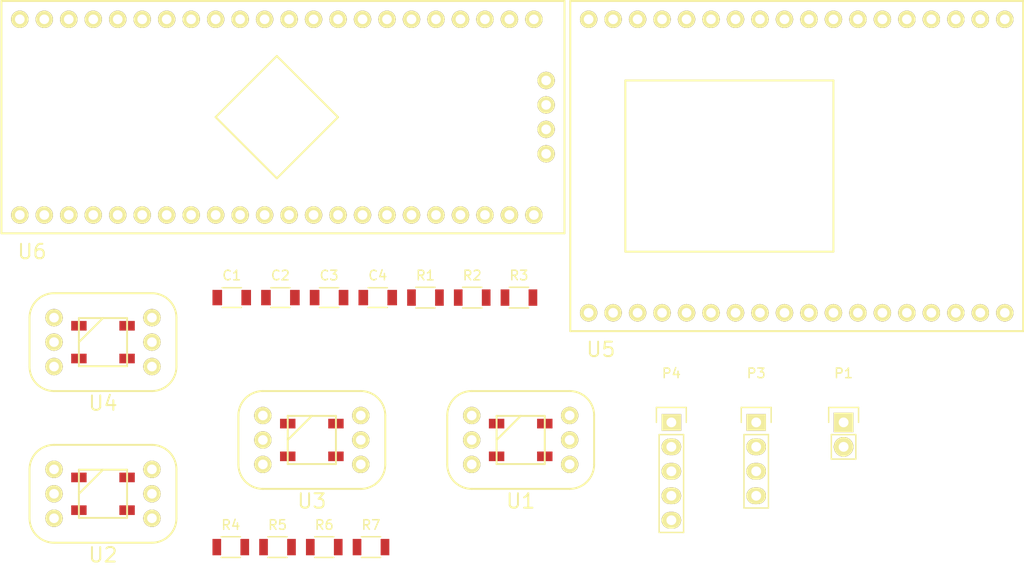
<source format=kicad_pcb>
(kicad_pcb (version 4) (host pcbnew "(2015-04-29 BZR 5631)-product")

  (general
    (links 67)
    (no_connects 67)
    (area 0 0 0 0)
    (thickness 1.6)
    (drawings 0)
    (tracks 0)
    (zones 0)
    (modules 20)
    (nets 91)
  )

  (page A4)
  (layers
    (0 F.Cu signal)
    (31 B.Cu signal)
    (32 B.Adhes user)
    (33 F.Adhes user)
    (34 B.Paste user)
    (35 F.Paste user)
    (36 B.SilkS user)
    (37 F.SilkS user)
    (38 B.Mask user)
    (39 F.Mask user)
    (40 Dwgs.User user)
    (41 Cmts.User user)
    (42 Eco1.User user)
    (43 Eco2.User user)
    (44 Edge.Cuts user)
    (45 Margin user)
    (46 B.CrtYd user)
    (47 F.CrtYd user)
    (48 B.Fab user)
    (49 F.Fab user)
  )

  (setup
    (last_trace_width 0.25)
    (trace_clearance 0.2)
    (zone_clearance 0.508)
    (zone_45_only no)
    (trace_min 0.2)
    (segment_width 0.2)
    (edge_width 0.1)
    (via_size 0.6)
    (via_drill 0.4)
    (via_min_size 0.4)
    (via_min_drill 0.3)
    (uvia_size 0.3)
    (uvia_drill 0.1)
    (uvias_allowed no)
    (uvia_min_size 0.2)
    (uvia_min_drill 0.1)
    (pcb_text_width 0.3)
    (pcb_text_size 1.5 1.5)
    (mod_edge_width 0.15)
    (mod_text_size 1 1)
    (mod_text_width 0.15)
    (pad_size 1.5 1.5)
    (pad_drill 0.6)
    (pad_to_mask_clearance 0)
    (aux_axis_origin 0 0)
    (visible_elements FFFFFF7F)
    (pcbplotparams
      (layerselection 0x00030_80000001)
      (usegerberextensions false)
      (excludeedgelayer true)
      (linewidth 0.100000)
      (plotframeref false)
      (viasonmask false)
      (mode 1)
      (useauxorigin false)
      (hpglpennumber 1)
      (hpglpenspeed 20)
      (hpglpendiameter 15)
      (hpglpenoverlay 2)
      (psnegative false)
      (psa4output false)
      (plotreference true)
      (plotvalue true)
      (plotinvisibletext false)
      (padsonsilk false)
      (subtractmaskfromsilk false)
      (outputformat 1)
      (mirror false)
      (drillshape 1)
      (scaleselection 1)
      (outputdirectory ""))
  )

  (net 0 "")
  (net 1 VDD)
  (net 2 GND)
  (net 3 "Net-(P3-Pad1)")
  (net 4 "Net-(P3-Pad3)")
  (net 5 "Net-(P4-Pad1)")
  (net 6 "Net-(P4-Pad3)")
  (net 7 "Net-(P4-Pad4)")
  (net 8 "Net-(P4-Pad5)")
  (net 9 "Net-(R1-Pad1)")
  (net 10 "Net-(P2-Pad11)")
  (net 11 "Net-(R2-Pad1)")
  (net 12 "Net-(P2-Pad9)")
  (net 13 "Net-(R3-Pad1)")
  (net 14 "Net-(P2-Pad7)")
  (net 15 "Net-(R4-Pad1)")
  (net 16 "Net-(P2-Pad5)")
  (net 17 "Net-(R5-Pad1)")
  (net 18 "Net-(P2-Pad3)")
  (net 19 "Net-(R6-Pad1)")
  (net 20 "Net-(P2-Pad1)")
  (net 21 "Net-(R7-Pad1)")
  (net 22 "Net-(R7-Pad2)")
  (net 23 "Net-(U1-Pad1)")
  (net 24 "Net-(U1-Pad4)")
  (net 25 "Net-(U2-Pad4)")
  (net 26 "Net-(U3-Pad4)")
  (net 27 "Net-(U5-Pad2)")
  (net 28 "Net-(U5-Pad3)")
  (net 29 "Net-(U5-Pad4)")
  (net 30 "Net-(U5-Pad5)")
  (net 31 "Net-(U5-Pad6)")
  (net 32 "Net-(U5-Pad7)")
  (net 33 "Net-(U5-Pad8)")
  (net 34 "Net-(U5-Pad9)")
  (net 35 "Net-(U5-Pad10)")
  (net 36 "Net-(U5-Pad11)")
  (net 37 "Net-(U5-Pad12)")
  (net 38 "Net-(U5-Pad13)")
  (net 39 "Net-(U5-Pad14)")
  (net 40 "Net-(U5-Pad15)")
  (net 41 "Net-(U5-Pad16)")
  (net 42 "Net-(U5-Pad18)")
  (net 43 "Net-(U5-Pad20)")
  (net 44 "Net-(U5-Pad21)")
  (net 45 "Net-(U5-Pad22)")
  (net 46 "Net-(U5-Pad23)")
  (net 47 "Net-(U5-Pad24)")
  (net 48 "Net-(U5-Pad25)")
  (net 49 "Net-(U5-Pad26)")
  (net 50 "Net-(U5-Pad27)")
  (net 51 "Net-(U5-Pad28)")
  (net 52 "Net-(U5-Pad29)")
  (net 53 "Net-(U5-Pad30)")
  (net 54 "Net-(U5-Pad31)")
  (net 55 "Net-(U5-Pad32)")
  (net 56 "Net-(U5-Pad33)")
  (net 57 "Net-(U5-Pad34)")
  (net 58 "Net-(U6-Pad2)")
  (net 59 "Net-(U6-Pad3)")
  (net 60 "Net-(U6-Pad5)")
  (net 61 "Net-(U6-Pad6)")
  (net 62 "Net-(U6-Pad7)")
  (net 63 "Net-(U6-Pad9)")
  (net 64 "Net-(U6-Pad10)")
  (net 65 "Net-(U6-Pad11)")
  (net 66 "Net-(U6-Pad12)")
  (net 67 "Net-(U6-Pad13)")
  (net 68 "Net-(U6-Pad14)")
  (net 69 "Net-(U6-Pad15)")
  (net 70 "Net-(U6-Pad17)")
  (net 71 "Net-(U6-Pad23)")
  (net 72 "Net-(U6-Pad24)")
  (net 73 "Net-(U6-Pad25)")
  (net 74 "Net-(U6-Pad26)")
  (net 75 "Net-(U6-Pad27)")
  (net 76 "Net-(U6-Pad28)")
  (net 77 "Net-(U6-Pad29)")
  (net 78 "Net-(U6-Pad31)")
  (net 79 "Net-(U6-Pad32)")
  (net 80 "Net-(U6-Pad33)")
  (net 81 "Net-(U6-Pad34)")
  (net 82 "Net-(U6-Pad35)")
  (net 83 "Net-(U6-Pad37)")
  (net 84 "Net-(U6-Pad40)")
  (net 85 "Net-(U6-Pad41)")
  (net 86 "Net-(U6-Pad42)")
  (net 87 "Net-(U6-Pad38)")
  (net 88 "Net-(U6-Pad46)")
  (net 89 "Net-(U6-Pad47)")
  (net 90 "Net-(U6-Pad48)")

  (net_class Default "This is the default net class."
    (clearance 0.2)
    (trace_width 0.25)
    (via_dia 0.6)
    (via_drill 0.4)
    (uvia_dia 0.3)
    (uvia_drill 0.1)
    (add_net GND)
    (add_net "Net-(P2-Pad1)")
    (add_net "Net-(P2-Pad11)")
    (add_net "Net-(P2-Pad3)")
    (add_net "Net-(P2-Pad5)")
    (add_net "Net-(P2-Pad7)")
    (add_net "Net-(P2-Pad9)")
    (add_net "Net-(P3-Pad1)")
    (add_net "Net-(P3-Pad3)")
    (add_net "Net-(P4-Pad1)")
    (add_net "Net-(P4-Pad3)")
    (add_net "Net-(P4-Pad4)")
    (add_net "Net-(P4-Pad5)")
    (add_net "Net-(R1-Pad1)")
    (add_net "Net-(R2-Pad1)")
    (add_net "Net-(R3-Pad1)")
    (add_net "Net-(R4-Pad1)")
    (add_net "Net-(R5-Pad1)")
    (add_net "Net-(R6-Pad1)")
    (add_net "Net-(R7-Pad1)")
    (add_net "Net-(R7-Pad2)")
    (add_net "Net-(U1-Pad1)")
    (add_net "Net-(U1-Pad4)")
    (add_net "Net-(U2-Pad4)")
    (add_net "Net-(U3-Pad4)")
    (add_net "Net-(U5-Pad10)")
    (add_net "Net-(U5-Pad11)")
    (add_net "Net-(U5-Pad12)")
    (add_net "Net-(U5-Pad13)")
    (add_net "Net-(U5-Pad14)")
    (add_net "Net-(U5-Pad15)")
    (add_net "Net-(U5-Pad16)")
    (add_net "Net-(U5-Pad18)")
    (add_net "Net-(U5-Pad2)")
    (add_net "Net-(U5-Pad20)")
    (add_net "Net-(U5-Pad21)")
    (add_net "Net-(U5-Pad22)")
    (add_net "Net-(U5-Pad23)")
    (add_net "Net-(U5-Pad24)")
    (add_net "Net-(U5-Pad25)")
    (add_net "Net-(U5-Pad26)")
    (add_net "Net-(U5-Pad27)")
    (add_net "Net-(U5-Pad28)")
    (add_net "Net-(U5-Pad29)")
    (add_net "Net-(U5-Pad3)")
    (add_net "Net-(U5-Pad30)")
    (add_net "Net-(U5-Pad31)")
    (add_net "Net-(U5-Pad32)")
    (add_net "Net-(U5-Pad33)")
    (add_net "Net-(U5-Pad34)")
    (add_net "Net-(U5-Pad4)")
    (add_net "Net-(U5-Pad5)")
    (add_net "Net-(U5-Pad6)")
    (add_net "Net-(U5-Pad7)")
    (add_net "Net-(U5-Pad8)")
    (add_net "Net-(U5-Pad9)")
    (add_net "Net-(U6-Pad10)")
    (add_net "Net-(U6-Pad11)")
    (add_net "Net-(U6-Pad12)")
    (add_net "Net-(U6-Pad13)")
    (add_net "Net-(U6-Pad14)")
    (add_net "Net-(U6-Pad15)")
    (add_net "Net-(U6-Pad17)")
    (add_net "Net-(U6-Pad2)")
    (add_net "Net-(U6-Pad23)")
    (add_net "Net-(U6-Pad24)")
    (add_net "Net-(U6-Pad25)")
    (add_net "Net-(U6-Pad26)")
    (add_net "Net-(U6-Pad27)")
    (add_net "Net-(U6-Pad28)")
    (add_net "Net-(U6-Pad29)")
    (add_net "Net-(U6-Pad3)")
    (add_net "Net-(U6-Pad31)")
    (add_net "Net-(U6-Pad32)")
    (add_net "Net-(U6-Pad33)")
    (add_net "Net-(U6-Pad34)")
    (add_net "Net-(U6-Pad35)")
    (add_net "Net-(U6-Pad37)")
    (add_net "Net-(U6-Pad38)")
    (add_net "Net-(U6-Pad40)")
    (add_net "Net-(U6-Pad41)")
    (add_net "Net-(U6-Pad42)")
    (add_net "Net-(U6-Pad46)")
    (add_net "Net-(U6-Pad47)")
    (add_net "Net-(U6-Pad48)")
    (add_net "Net-(U6-Pad5)")
    (add_net "Net-(U6-Pad6)")
    (add_net "Net-(U6-Pad7)")
    (add_net "Net-(U6-Pad9)")
    (add_net VDD)
  )

  (module Capacitors_SMD:C_1206 (layer F.Cu) (tedit 5415D7BD) (tstamp 5559D279)
    (at 172.785001 128.895)
    (descr "Capacitor SMD 1206, reflow soldering, AVX (see smccp.pdf)")
    (tags "capacitor 1206")
    (path /5559CFA1)
    (attr smd)
    (fp_text reference C1 (at 0 -2.3) (layer F.SilkS)
      (effects (font (size 1 1) (thickness 0.15)))
    )
    (fp_text value 1µ (at 0 2.3) (layer F.Fab)
      (effects (font (size 1 1) (thickness 0.15)))
    )
    (fp_line (start -2.3 -1.15) (end 2.3 -1.15) (layer F.CrtYd) (width 0.05))
    (fp_line (start -2.3 1.15) (end 2.3 1.15) (layer F.CrtYd) (width 0.05))
    (fp_line (start -2.3 -1.15) (end -2.3 1.15) (layer F.CrtYd) (width 0.05))
    (fp_line (start 2.3 -1.15) (end 2.3 1.15) (layer F.CrtYd) (width 0.05))
    (fp_line (start 1 -1.025) (end -1 -1.025) (layer F.SilkS) (width 0.15))
    (fp_line (start -1 1.025) (end 1 1.025) (layer F.SilkS) (width 0.15))
    (pad 1 smd rect (at -1.5 0) (size 1 1.6) (layers F.Cu F.Paste F.Mask)
      (net 1 VDD))
    (pad 2 smd rect (at 1.5 0) (size 1 1.6) (layers F.Cu F.Paste F.Mask)
      (net 2 GND))
    (model Capacitors_SMD.3dshapes/C_1206.wrl
      (at (xyz 0 0 0))
      (scale (xyz 1 1 1))
      (rotate (xyz 0 0 0))
    )
  )

  (module Capacitors_SMD:C_1206 (layer F.Cu) (tedit 5415D7BD) (tstamp 5559D285)
    (at 177.835001 128.895)
    (descr "Capacitor SMD 1206, reflow soldering, AVX (see smccp.pdf)")
    (tags "capacitor 1206")
    (path /5559CFFB)
    (attr smd)
    (fp_text reference C2 (at 0 -2.3) (layer F.SilkS)
      (effects (font (size 1 1) (thickness 0.15)))
    )
    (fp_text value 1µ (at 0 2.3) (layer F.Fab)
      (effects (font (size 1 1) (thickness 0.15)))
    )
    (fp_line (start -2.3 -1.15) (end 2.3 -1.15) (layer F.CrtYd) (width 0.05))
    (fp_line (start -2.3 1.15) (end 2.3 1.15) (layer F.CrtYd) (width 0.05))
    (fp_line (start -2.3 -1.15) (end -2.3 1.15) (layer F.CrtYd) (width 0.05))
    (fp_line (start 2.3 -1.15) (end 2.3 1.15) (layer F.CrtYd) (width 0.05))
    (fp_line (start 1 -1.025) (end -1 -1.025) (layer F.SilkS) (width 0.15))
    (fp_line (start -1 1.025) (end 1 1.025) (layer F.SilkS) (width 0.15))
    (pad 1 smd rect (at -1.5 0) (size 1 1.6) (layers F.Cu F.Paste F.Mask)
      (net 1 VDD))
    (pad 2 smd rect (at 1.5 0) (size 1 1.6) (layers F.Cu F.Paste F.Mask)
      (net 2 GND))
    (model Capacitors_SMD.3dshapes/C_1206.wrl
      (at (xyz 0 0 0))
      (scale (xyz 1 1 1))
      (rotate (xyz 0 0 0))
    )
  )

  (module Capacitors_SMD:C_1206 (layer F.Cu) (tedit 5415D7BD) (tstamp 5559D291)
    (at 182.885001 128.895)
    (descr "Capacitor SMD 1206, reflow soldering, AVX (see smccp.pdf)")
    (tags "capacitor 1206")
    (path /5559D031)
    (attr smd)
    (fp_text reference C3 (at 0 -2.3) (layer F.SilkS)
      (effects (font (size 1 1) (thickness 0.15)))
    )
    (fp_text value 1µ (at 0 2.3) (layer F.Fab)
      (effects (font (size 1 1) (thickness 0.15)))
    )
    (fp_line (start -2.3 -1.15) (end 2.3 -1.15) (layer F.CrtYd) (width 0.05))
    (fp_line (start -2.3 1.15) (end 2.3 1.15) (layer F.CrtYd) (width 0.05))
    (fp_line (start -2.3 -1.15) (end -2.3 1.15) (layer F.CrtYd) (width 0.05))
    (fp_line (start 2.3 -1.15) (end 2.3 1.15) (layer F.CrtYd) (width 0.05))
    (fp_line (start 1 -1.025) (end -1 -1.025) (layer F.SilkS) (width 0.15))
    (fp_line (start -1 1.025) (end 1 1.025) (layer F.SilkS) (width 0.15))
    (pad 1 smd rect (at -1.5 0) (size 1 1.6) (layers F.Cu F.Paste F.Mask)
      (net 1 VDD))
    (pad 2 smd rect (at 1.5 0) (size 1 1.6) (layers F.Cu F.Paste F.Mask)
      (net 2 GND))
    (model Capacitors_SMD.3dshapes/C_1206.wrl
      (at (xyz 0 0 0))
      (scale (xyz 1 1 1))
      (rotate (xyz 0 0 0))
    )
  )

  (module Capacitors_SMD:C_1206 (layer F.Cu) (tedit 5415D7BD) (tstamp 5559D29D)
    (at 187.935001 128.895)
    (descr "Capacitor SMD 1206, reflow soldering, AVX (see smccp.pdf)")
    (tags "capacitor 1206")
    (path /5559D069)
    (attr smd)
    (fp_text reference C4 (at 0 -2.3) (layer F.SilkS)
      (effects (font (size 1 1) (thickness 0.15)))
    )
    (fp_text value 1µ (at 0 2.3) (layer F.Fab)
      (effects (font (size 1 1) (thickness 0.15)))
    )
    (fp_line (start -2.3 -1.15) (end 2.3 -1.15) (layer F.CrtYd) (width 0.05))
    (fp_line (start -2.3 1.15) (end 2.3 1.15) (layer F.CrtYd) (width 0.05))
    (fp_line (start -2.3 -1.15) (end -2.3 1.15) (layer F.CrtYd) (width 0.05))
    (fp_line (start 2.3 -1.15) (end 2.3 1.15) (layer F.CrtYd) (width 0.05))
    (fp_line (start 1 -1.025) (end -1 -1.025) (layer F.SilkS) (width 0.15))
    (fp_line (start -1 1.025) (end 1 1.025) (layer F.SilkS) (width 0.15))
    (pad 1 smd rect (at -1.5 0) (size 1 1.6) (layers F.Cu F.Paste F.Mask)
      (net 1 VDD))
    (pad 2 smd rect (at 1.5 0) (size 1 1.6) (layers F.Cu F.Paste F.Mask)
      (net 2 GND))
    (model Capacitors_SMD.3dshapes/C_1206.wrl
      (at (xyz 0 0 0))
      (scale (xyz 1 1 1))
      (rotate (xyz 0 0 0))
    )
  )

  (module Pin_Headers:Pin_Header_Straight_1x02 (layer F.Cu) (tedit 54EA090C) (tstamp 5559D2AE)
    (at 236.270714 141.855)
    (descr "Through hole pin header")
    (tags "pin header")
    (path /5548DF25)
    (fp_text reference P1 (at 0 -5.1) (layer F.SilkS)
      (effects (font (size 1 1) (thickness 0.15)))
    )
    (fp_text value "POWER Conn" (at 0 -3.1) (layer F.Fab)
      (effects (font (size 1 1) (thickness 0.15)))
    )
    (fp_line (start 1.27 1.27) (end 1.27 3.81) (layer F.SilkS) (width 0.15))
    (fp_line (start 1.55 -1.55) (end 1.55 0) (layer F.SilkS) (width 0.15))
    (fp_line (start -1.75 -1.75) (end -1.75 4.3) (layer F.CrtYd) (width 0.05))
    (fp_line (start 1.75 -1.75) (end 1.75 4.3) (layer F.CrtYd) (width 0.05))
    (fp_line (start -1.75 -1.75) (end 1.75 -1.75) (layer F.CrtYd) (width 0.05))
    (fp_line (start -1.75 4.3) (end 1.75 4.3) (layer F.CrtYd) (width 0.05))
    (fp_line (start 1.27 1.27) (end -1.27 1.27) (layer F.SilkS) (width 0.15))
    (fp_line (start -1.55 0) (end -1.55 -1.55) (layer F.SilkS) (width 0.15))
    (fp_line (start -1.55 -1.55) (end 1.55 -1.55) (layer F.SilkS) (width 0.15))
    (fp_line (start -1.27 1.27) (end -1.27 3.81) (layer F.SilkS) (width 0.15))
    (fp_line (start -1.27 3.81) (end 1.27 3.81) (layer F.SilkS) (width 0.15))
    (pad 1 thru_hole rect (at 0 0) (size 2.032 2.032) (drill 1.016) (layers *.Cu *.Mask F.SilkS)
      (net 2 GND))
    (pad 2 thru_hole oval (at 0 2.54) (size 2.032 2.032) (drill 1.016) (layers *.Cu *.Mask F.SilkS)
      (net 1 VDD))
    (model Pin_Headers.3dshapes/Pin_Header_Straight_1x02.wrl
      (at (xyz 0 -0.05 0))
      (scale (xyz 1 1 1))
      (rotate (xyz 0 0 90))
    )
  )

  (module Pin_Headers:Pin_Header_Straight_1x04 (layer F.Cu) (tedit 0) (tstamp 5559D2C1)
    (at 227.203095 141.855)
    (descr "Through hole pin header")
    (tags "pin header")
    (path /5549025F)
    (fp_text reference P3 (at 0 -5.1) (layer F.SilkS)
      (effects (font (size 1 1) (thickness 0.15)))
    )
    (fp_text value "TO LOWER" (at 0 -3.1) (layer F.Fab)
      (effects (font (size 1 1) (thickness 0.15)))
    )
    (fp_line (start -1.75 -1.75) (end -1.75 9.4) (layer F.CrtYd) (width 0.05))
    (fp_line (start 1.75 -1.75) (end 1.75 9.4) (layer F.CrtYd) (width 0.05))
    (fp_line (start -1.75 -1.75) (end 1.75 -1.75) (layer F.CrtYd) (width 0.05))
    (fp_line (start -1.75 9.4) (end 1.75 9.4) (layer F.CrtYd) (width 0.05))
    (fp_line (start -1.27 1.27) (end -1.27 8.89) (layer F.SilkS) (width 0.15))
    (fp_line (start 1.27 1.27) (end 1.27 8.89) (layer F.SilkS) (width 0.15))
    (fp_line (start 1.55 -1.55) (end 1.55 0) (layer F.SilkS) (width 0.15))
    (fp_line (start -1.27 8.89) (end 1.27 8.89) (layer F.SilkS) (width 0.15))
    (fp_line (start 1.27 1.27) (end -1.27 1.27) (layer F.SilkS) (width 0.15))
    (fp_line (start -1.55 0) (end -1.55 -1.55) (layer F.SilkS) (width 0.15))
    (fp_line (start -1.55 -1.55) (end 1.55 -1.55) (layer F.SilkS) (width 0.15))
    (pad 1 thru_hole rect (at 0 0) (size 2.032 1.7272) (drill 1.016) (layers *.Cu *.Mask F.SilkS)
      (net 3 "Net-(P3-Pad1)"))
    (pad 2 thru_hole oval (at 0 2.54) (size 2.032 1.7272) (drill 1.016) (layers *.Cu *.Mask F.SilkS)
      (net 1 VDD))
    (pad 3 thru_hole oval (at 0 5.08) (size 2.032 1.7272) (drill 1.016) (layers *.Cu *.Mask F.SilkS)
      (net 4 "Net-(P3-Pad3)"))
    (pad 4 thru_hole oval (at 0 7.62) (size 2.032 1.7272) (drill 1.016) (layers *.Cu *.Mask F.SilkS)
      (net 2 GND))
    (model Pin_Headers.3dshapes/Pin_Header_Straight_1x04.wrl
      (at (xyz 0 -0.15 0))
      (scale (xyz 1 1 1))
      (rotate (xyz 0 0 90))
    )
  )

  (module Pin_Headers:Pin_Header_Straight_1x05 (layer F.Cu) (tedit 54EA0684) (tstamp 5559D2D5)
    (at 218.39881 141.855)
    (descr "Through hole pin header")
    (tags "pin header")
    (path /5548E536)
    (fp_text reference P4 (at 0 -5.1) (layer F.SilkS)
      (effects (font (size 1 1) (thickness 0.15)))
    )
    (fp_text value "Debug Conn" (at 0 -3.1) (layer F.Fab)
      (effects (font (size 1 1) (thickness 0.15)))
    )
    (fp_line (start -1.55 0) (end -1.55 -1.55) (layer F.SilkS) (width 0.15))
    (fp_line (start -1.55 -1.55) (end 1.55 -1.55) (layer F.SilkS) (width 0.15))
    (fp_line (start 1.55 -1.55) (end 1.55 0) (layer F.SilkS) (width 0.15))
    (fp_line (start -1.75 -1.75) (end -1.75 11.95) (layer F.CrtYd) (width 0.05))
    (fp_line (start 1.75 -1.75) (end 1.75 11.95) (layer F.CrtYd) (width 0.05))
    (fp_line (start -1.75 -1.75) (end 1.75 -1.75) (layer F.CrtYd) (width 0.05))
    (fp_line (start -1.75 11.95) (end 1.75 11.95) (layer F.CrtYd) (width 0.05))
    (fp_line (start 1.27 1.27) (end 1.27 11.43) (layer F.SilkS) (width 0.15))
    (fp_line (start 1.27 11.43) (end -1.27 11.43) (layer F.SilkS) (width 0.15))
    (fp_line (start -1.27 11.43) (end -1.27 1.27) (layer F.SilkS) (width 0.15))
    (fp_line (start 1.27 1.27) (end -1.27 1.27) (layer F.SilkS) (width 0.15))
    (pad 1 thru_hole rect (at 0 0) (size 2.032 1.7272) (drill 1.016) (layers *.Cu *.Mask F.SilkS)
      (net 5 "Net-(P4-Pad1)"))
    (pad 2 thru_hole oval (at 0 2.54) (size 2.032 1.7272) (drill 1.016) (layers *.Cu *.Mask F.SilkS)
      (net 2 GND))
    (pad 3 thru_hole oval (at 0 5.08) (size 2.032 1.7272) (drill 1.016) (layers *.Cu *.Mask F.SilkS)
      (net 6 "Net-(P4-Pad3)"))
    (pad 4 thru_hole oval (at 0 7.62) (size 2.032 1.7272) (drill 1.016) (layers *.Cu *.Mask F.SilkS)
      (net 7 "Net-(P4-Pad4)"))
    (pad 5 thru_hole oval (at 0 10.16) (size 2.032 1.7272) (drill 1.016) (layers *.Cu *.Mask F.SilkS)
      (net 8 "Net-(P4-Pad5)"))
    (model Pin_Headers.3dshapes/Pin_Header_Straight_1x05.wrl
      (at (xyz 0 -0.2 0))
      (scale (xyz 1 1 1))
      (rotate (xyz 0 0 90))
    )
  )

  (module Resistors_SMD:R_1206 (layer F.Cu) (tedit 5415CFA7) (tstamp 5559D2E1)
    (at 192.885001 128.895)
    (descr "Resistor SMD 1206, reflow soldering, Vishay (see dcrcw.pdf)")
    (tags "resistor 1206")
    (path /5548D9A3)
    (attr smd)
    (fp_text reference R1 (at 0 -2.3) (layer F.SilkS)
      (effects (font (size 1 1) (thickness 0.15)))
    )
    (fp_text value Rcap (at 0 2.3) (layer F.Fab)
      (effects (font (size 1 1) (thickness 0.15)))
    )
    (fp_line (start -2.2 -1.2) (end 2.2 -1.2) (layer F.CrtYd) (width 0.05))
    (fp_line (start -2.2 1.2) (end 2.2 1.2) (layer F.CrtYd) (width 0.05))
    (fp_line (start -2.2 -1.2) (end -2.2 1.2) (layer F.CrtYd) (width 0.05))
    (fp_line (start 2.2 -1.2) (end 2.2 1.2) (layer F.CrtYd) (width 0.05))
    (fp_line (start 1 1.075) (end -1 1.075) (layer F.SilkS) (width 0.15))
    (fp_line (start -1 -1.075) (end 1 -1.075) (layer F.SilkS) (width 0.15))
    (pad 1 smd rect (at -1.45 0) (size 0.9 1.7) (layers F.Cu F.Paste F.Mask)
      (net 9 "Net-(R1-Pad1)"))
    (pad 2 smd rect (at 1.45 0) (size 0.9 1.7) (layers F.Cu F.Paste F.Mask)
      (net 10 "Net-(P2-Pad11)"))
    (model Resistors_SMD.3dshapes/R_1206.wrl
      (at (xyz 0 0 0))
      (scale (xyz 1 1 1))
      (rotate (xyz 0 0 0))
    )
  )

  (module Resistors_SMD:R_1206 (layer F.Cu) (tedit 5415CFA7) (tstamp 5559D2ED)
    (at 197.735001 128.895)
    (descr "Resistor SMD 1206, reflow soldering, Vishay (see dcrcw.pdf)")
    (tags "resistor 1206")
    (path /5548D982)
    (attr smd)
    (fp_text reference R2 (at 0 -2.3) (layer F.SilkS)
      (effects (font (size 1 1) (thickness 0.15)))
    )
    (fp_text value Rcap (at 0 2.3) (layer F.Fab)
      (effects (font (size 1 1) (thickness 0.15)))
    )
    (fp_line (start -2.2 -1.2) (end 2.2 -1.2) (layer F.CrtYd) (width 0.05))
    (fp_line (start -2.2 1.2) (end 2.2 1.2) (layer F.CrtYd) (width 0.05))
    (fp_line (start -2.2 -1.2) (end -2.2 1.2) (layer F.CrtYd) (width 0.05))
    (fp_line (start 2.2 -1.2) (end 2.2 1.2) (layer F.CrtYd) (width 0.05))
    (fp_line (start 1 1.075) (end -1 1.075) (layer F.SilkS) (width 0.15))
    (fp_line (start -1 -1.075) (end 1 -1.075) (layer F.SilkS) (width 0.15))
    (pad 1 smd rect (at -1.45 0) (size 0.9 1.7) (layers F.Cu F.Paste F.Mask)
      (net 11 "Net-(R2-Pad1)"))
    (pad 2 smd rect (at 1.45 0) (size 0.9 1.7) (layers F.Cu F.Paste F.Mask)
      (net 12 "Net-(P2-Pad9)"))
    (model Resistors_SMD.3dshapes/R_1206.wrl
      (at (xyz 0 0 0))
      (scale (xyz 1 1 1))
      (rotate (xyz 0 0 0))
    )
  )

  (module Resistors_SMD:R_1206 (layer F.Cu) (tedit 5415CFA7) (tstamp 5559D2F9)
    (at 202.585001 128.895)
    (descr "Resistor SMD 1206, reflow soldering, Vishay (see dcrcw.pdf)")
    (tags "resistor 1206")
    (path /5548D8ED)
    (attr smd)
    (fp_text reference R3 (at 0 -2.3) (layer F.SilkS)
      (effects (font (size 1 1) (thickness 0.15)))
    )
    (fp_text value Rcap (at 0 2.3) (layer F.Fab)
      (effects (font (size 1 1) (thickness 0.15)))
    )
    (fp_line (start -2.2 -1.2) (end 2.2 -1.2) (layer F.CrtYd) (width 0.05))
    (fp_line (start -2.2 1.2) (end 2.2 1.2) (layer F.CrtYd) (width 0.05))
    (fp_line (start -2.2 -1.2) (end -2.2 1.2) (layer F.CrtYd) (width 0.05))
    (fp_line (start 2.2 -1.2) (end 2.2 1.2) (layer F.CrtYd) (width 0.05))
    (fp_line (start 1 1.075) (end -1 1.075) (layer F.SilkS) (width 0.15))
    (fp_line (start -1 -1.075) (end 1 -1.075) (layer F.SilkS) (width 0.15))
    (pad 1 smd rect (at -1.45 0) (size 0.9 1.7) (layers F.Cu F.Paste F.Mask)
      (net 13 "Net-(R3-Pad1)"))
    (pad 2 smd rect (at 1.45 0) (size 0.9 1.7) (layers F.Cu F.Paste F.Mask)
      (net 14 "Net-(P2-Pad7)"))
    (model Resistors_SMD.3dshapes/R_1206.wrl
      (at (xyz 0 0 0))
      (scale (xyz 1 1 1))
      (rotate (xyz 0 0 0))
    )
  )

  (module Resistors_SMD:R_1206 (layer F.Cu) (tedit 5415CFA7) (tstamp 5559D305)
    (at 172.685001 154.805)
    (descr "Resistor SMD 1206, reflow soldering, Vishay (see dcrcw.pdf)")
    (tags "resistor 1206")
    (path /5548D918)
    (attr smd)
    (fp_text reference R4 (at 0 -2.3) (layer F.SilkS)
      (effects (font (size 1 1) (thickness 0.15)))
    )
    (fp_text value Rcap (at 0 2.3) (layer F.Fab)
      (effects (font (size 1 1) (thickness 0.15)))
    )
    (fp_line (start -2.2 -1.2) (end 2.2 -1.2) (layer F.CrtYd) (width 0.05))
    (fp_line (start -2.2 1.2) (end 2.2 1.2) (layer F.CrtYd) (width 0.05))
    (fp_line (start -2.2 -1.2) (end -2.2 1.2) (layer F.CrtYd) (width 0.05))
    (fp_line (start 2.2 -1.2) (end 2.2 1.2) (layer F.CrtYd) (width 0.05))
    (fp_line (start 1 1.075) (end -1 1.075) (layer F.SilkS) (width 0.15))
    (fp_line (start -1 -1.075) (end 1 -1.075) (layer F.SilkS) (width 0.15))
    (pad 1 smd rect (at -1.45 0) (size 0.9 1.7) (layers F.Cu F.Paste F.Mask)
      (net 15 "Net-(R4-Pad1)"))
    (pad 2 smd rect (at 1.45 0) (size 0.9 1.7) (layers F.Cu F.Paste F.Mask)
      (net 16 "Net-(P2-Pad5)"))
    (model Resistors_SMD.3dshapes/R_1206.wrl
      (at (xyz 0 0 0))
      (scale (xyz 1 1 1))
      (rotate (xyz 0 0 0))
    )
  )

  (module Resistors_SMD:R_1206 (layer F.Cu) (tedit 5415CFA7) (tstamp 5559D311)
    (at 177.535001 154.805)
    (descr "Resistor SMD 1206, reflow soldering, Vishay (see dcrcw.pdf)")
    (tags "resistor 1206")
    (path /5548D948)
    (attr smd)
    (fp_text reference R5 (at 0 -2.3) (layer F.SilkS)
      (effects (font (size 1 1) (thickness 0.15)))
    )
    (fp_text value Rcap (at 0 2.3) (layer F.Fab)
      (effects (font (size 1 1) (thickness 0.15)))
    )
    (fp_line (start -2.2 -1.2) (end 2.2 -1.2) (layer F.CrtYd) (width 0.05))
    (fp_line (start -2.2 1.2) (end 2.2 1.2) (layer F.CrtYd) (width 0.05))
    (fp_line (start -2.2 -1.2) (end -2.2 1.2) (layer F.CrtYd) (width 0.05))
    (fp_line (start 2.2 -1.2) (end 2.2 1.2) (layer F.CrtYd) (width 0.05))
    (fp_line (start 1 1.075) (end -1 1.075) (layer F.SilkS) (width 0.15))
    (fp_line (start -1 -1.075) (end 1 -1.075) (layer F.SilkS) (width 0.15))
    (pad 1 smd rect (at -1.45 0) (size 0.9 1.7) (layers F.Cu F.Paste F.Mask)
      (net 17 "Net-(R5-Pad1)"))
    (pad 2 smd rect (at 1.45 0) (size 0.9 1.7) (layers F.Cu F.Paste F.Mask)
      (net 18 "Net-(P2-Pad3)"))
    (model Resistors_SMD.3dshapes/R_1206.wrl
      (at (xyz 0 0 0))
      (scale (xyz 1 1 1))
      (rotate (xyz 0 0 0))
    )
  )

  (module Resistors_SMD:R_1206 (layer F.Cu) (tedit 5415CFA7) (tstamp 5559D31D)
    (at 182.385001 154.805)
    (descr "Resistor SMD 1206, reflow soldering, Vishay (see dcrcw.pdf)")
    (tags "resistor 1206")
    (path /5548D964)
    (attr smd)
    (fp_text reference R6 (at 0 -2.3) (layer F.SilkS)
      (effects (font (size 1 1) (thickness 0.15)))
    )
    (fp_text value Rcap (at 0 2.3) (layer F.Fab)
      (effects (font (size 1 1) (thickness 0.15)))
    )
    (fp_line (start -2.2 -1.2) (end 2.2 -1.2) (layer F.CrtYd) (width 0.05))
    (fp_line (start -2.2 1.2) (end 2.2 1.2) (layer F.CrtYd) (width 0.05))
    (fp_line (start -2.2 -1.2) (end -2.2 1.2) (layer F.CrtYd) (width 0.05))
    (fp_line (start 2.2 -1.2) (end 2.2 1.2) (layer F.CrtYd) (width 0.05))
    (fp_line (start 1 1.075) (end -1 1.075) (layer F.SilkS) (width 0.15))
    (fp_line (start -1 -1.075) (end 1 -1.075) (layer F.SilkS) (width 0.15))
    (pad 1 smd rect (at -1.45 0) (size 0.9 1.7) (layers F.Cu F.Paste F.Mask)
      (net 19 "Net-(R6-Pad1)"))
    (pad 2 smd rect (at 1.45 0) (size 0.9 1.7) (layers F.Cu F.Paste F.Mask)
      (net 20 "Net-(P2-Pad1)"))
    (model Resistors_SMD.3dshapes/R_1206.wrl
      (at (xyz 0 0 0))
      (scale (xyz 1 1 1))
      (rotate (xyz 0 0 0))
    )
  )

  (module Resistors_SMD:R_1206 (layer F.Cu) (tedit 5415CFA7) (tstamp 5559D329)
    (at 187.235001 154.805)
    (descr "Resistor SMD 1206, reflow soldering, Vishay (see dcrcw.pdf)")
    (tags "resistor 1206")
    (path /5559D6FB)
    (attr smd)
    (fp_text reference R7 (at 0 -2.3) (layer F.SilkS)
      (effects (font (size 1 1) (thickness 0.15)))
    )
    (fp_text value 100 (at 0 2.3) (layer F.Fab)
      (effects (font (size 1 1) (thickness 0.15)))
    )
    (fp_line (start -2.2 -1.2) (end 2.2 -1.2) (layer F.CrtYd) (width 0.05))
    (fp_line (start -2.2 1.2) (end 2.2 1.2) (layer F.CrtYd) (width 0.05))
    (fp_line (start -2.2 -1.2) (end -2.2 1.2) (layer F.CrtYd) (width 0.05))
    (fp_line (start 2.2 -1.2) (end 2.2 1.2) (layer F.CrtYd) (width 0.05))
    (fp_line (start 1 1.075) (end -1 1.075) (layer F.SilkS) (width 0.15))
    (fp_line (start -1 -1.075) (end 1 -1.075) (layer F.SilkS) (width 0.15))
    (pad 1 smd rect (at -1.45 0) (size 0.9 1.7) (layers F.Cu F.Paste F.Mask)
      (net 21 "Net-(R7-Pad1)"))
    (pad 2 smd rect (at 1.45 0) (size 0.9 1.7) (layers F.Cu F.Paste F.Mask)
      (net 22 "Net-(R7-Pad2)"))
    (model Resistors_SMD.3dshapes/R_1206.wrl
      (at (xyz 0 0 0))
      (scale (xyz 1 1 1))
      (rotate (xyz 0 0 0))
    )
  )

  (module Pushpull:NeoPixel_WS2812B (layer F.Cu) (tedit 5559CED5) (tstamp 5559D345)
    (at 202.765714 143.68)
    (path /5548F329)
    (fp_text reference U1 (at 0 6.35) (layer F.SilkS)
      (effects (font (size 1.5 1.5) (thickness 0.2)))
    )
    (fp_text value NEOPixel_BBFriend (at 0 -6.5) (layer F.Fab)
      (effects (font (size 1.5 1.5) (thickness 0.2)))
    )
    (fp_line (start 0 -2.5) (end -2.5 0) (layer F.SilkS) (width 0.2))
    (fp_line (start 2.5 -2.5) (end 2.5 2.5) (layer F.SilkS) (width 0.2))
    (fp_line (start -2.5 -2) (end -2.5 -2.5) (layer F.SilkS) (width 0.2))
    (fp_line (start 2.5 -2.5) (end -2.5 -2.5) (layer F.SilkS) (width 0.2))
    (fp_line (start 2.5 2.5) (end -2.5 2.5) (layer F.SilkS) (width 0.2))
    (fp_line (start -2.5 2.5) (end -2.5 -2) (layer F.SilkS) (width 0.2))
    (fp_arc (start -5.08 2.54) (end -5.08 5.08) (angle 90) (layer F.SilkS) (width 0.2))
    (fp_arc (start 5.08 2.54) (end 7.62 2.54) (angle 90) (layer F.SilkS) (width 0.2))
    (fp_arc (start 5.08 -2.54) (end 5.08 -5.08) (angle 90) (layer F.SilkS) (width 0.2))
    (fp_arc (start -5.08 -2.54) (end -7.62 -2.54) (angle 90) (layer F.SilkS) (width 0.2))
    (fp_line (start 5.08 5.08) (end -5.08 5.08) (layer F.SilkS) (width 0.2))
    (fp_line (start 7.62 -2.54) (end 7.62 2.54) (layer F.SilkS) (width 0.2))
    (fp_line (start -5.08 -5.08) (end 5.08 -5.08) (layer F.SilkS) (width 0.2))
    (fp_line (start -7.62 2.54) (end -7.62 -2.54) (layer F.SilkS) (width 0.2))
    (pad 1 thru_hole circle (at -5.08 -2.54) (size 1.8 1.8) (drill 1) (layers *.Cu *.Mask F.SilkS)
      (net 23 "Net-(U1-Pad1)"))
    (pad 2 thru_hole circle (at -5.08 0) (size 1.8 1.8) (drill 1) (layers *.Cu *.Mask F.SilkS)
      (net 2 GND))
    (pad 3 thru_hole circle (at -5.08 2.54) (size 1.8 1.8) (drill 1) (layers *.Cu *.Mask F.SilkS)
      (net 21 "Net-(R7-Pad1)"))
    (pad 4 thru_hole circle (at 5.08 2.54) (size 1.8 1.8) (drill 1) (layers *.Cu *.Mask F.SilkS)
      (net 24 "Net-(U1-Pad4)"))
    (pad 5 thru_hole circle (at 5.08 0) (size 1.8 1.8) (drill 1) (layers *.Cu *.Mask F.SilkS)
      (net 2 GND))
    (pad 6 thru_hole circle (at 5.08 -2.54) (size 1.8 1.8) (drill 1) (layers *.Cu *.Mask F.SilkS)
      (net 1 VDD))
    (pad 6 smd rect (at 2.5 1.7 180) (size 1.6 1) (layers F.Cu F.Paste F.Mask)
      (net 1 VDD))
    (pad 4 smd rect (at 2.5 -1.7 180) (size 1.6 1) (layers F.Cu F.Paste F.Mask)
      (net 24 "Net-(U1-Pad4)"))
    (pad 2 smd rect (at -2.5 -1.7 180) (size 1.6 1) (layers F.Cu F.Paste F.Mask)
      (net 2 GND))
    (pad 3 smd rect (at -2.5 1.7 180) (size 1.6 1) (layers F.Cu F.Paste F.Mask)
      (net 21 "Net-(R7-Pad1)"))
  )

  (module Pushpull:NeoPixel_WS2812B (layer F.Cu) (tedit 5559CED5) (tstamp 5559D361)
    (at 159.425714 149.27)
    (path /5548F268)
    (fp_text reference U2 (at 0 6.35) (layer F.SilkS)
      (effects (font (size 1.5 1.5) (thickness 0.2)))
    )
    (fp_text value NEOPixel_BBFriend (at 0 -6.5) (layer F.Fab)
      (effects (font (size 1.5 1.5) (thickness 0.2)))
    )
    (fp_line (start 0 -2.5) (end -2.5 0) (layer F.SilkS) (width 0.2))
    (fp_line (start 2.5 -2.5) (end 2.5 2.5) (layer F.SilkS) (width 0.2))
    (fp_line (start -2.5 -2) (end -2.5 -2.5) (layer F.SilkS) (width 0.2))
    (fp_line (start 2.5 -2.5) (end -2.5 -2.5) (layer F.SilkS) (width 0.2))
    (fp_line (start 2.5 2.5) (end -2.5 2.5) (layer F.SilkS) (width 0.2))
    (fp_line (start -2.5 2.5) (end -2.5 -2) (layer F.SilkS) (width 0.2))
    (fp_arc (start -5.08 2.54) (end -5.08 5.08) (angle 90) (layer F.SilkS) (width 0.2))
    (fp_arc (start 5.08 2.54) (end 7.62 2.54) (angle 90) (layer F.SilkS) (width 0.2))
    (fp_arc (start 5.08 -2.54) (end 5.08 -5.08) (angle 90) (layer F.SilkS) (width 0.2))
    (fp_arc (start -5.08 -2.54) (end -7.62 -2.54) (angle 90) (layer F.SilkS) (width 0.2))
    (fp_line (start 5.08 5.08) (end -5.08 5.08) (layer F.SilkS) (width 0.2))
    (fp_line (start 7.62 -2.54) (end 7.62 2.54) (layer F.SilkS) (width 0.2))
    (fp_line (start -5.08 -5.08) (end 5.08 -5.08) (layer F.SilkS) (width 0.2))
    (fp_line (start -7.62 2.54) (end -7.62 -2.54) (layer F.SilkS) (width 0.2))
    (pad 1 thru_hole circle (at -5.08 -2.54) (size 1.8 1.8) (drill 1) (layers *.Cu *.Mask F.SilkS)
      (net 23 "Net-(U1-Pad1)"))
    (pad 2 thru_hole circle (at -5.08 0) (size 1.8 1.8) (drill 1) (layers *.Cu *.Mask F.SilkS)
      (net 2 GND))
    (pad 3 thru_hole circle (at -5.08 2.54) (size 1.8 1.8) (drill 1) (layers *.Cu *.Mask F.SilkS)
      (net 24 "Net-(U1-Pad4)"))
    (pad 4 thru_hole circle (at 5.08 2.54) (size 1.8 1.8) (drill 1) (layers *.Cu *.Mask F.SilkS)
      (net 25 "Net-(U2-Pad4)"))
    (pad 5 thru_hole circle (at 5.08 0) (size 1.8 1.8) (drill 1) (layers *.Cu *.Mask F.SilkS)
      (net 2 GND))
    (pad 6 thru_hole circle (at 5.08 -2.54) (size 1.8 1.8) (drill 1) (layers *.Cu *.Mask F.SilkS)
      (net 1 VDD))
    (pad 6 smd rect (at 2.5 1.7 180) (size 1.6 1) (layers F.Cu F.Paste F.Mask)
      (net 1 VDD))
    (pad 4 smd rect (at 2.5 -1.7 180) (size 1.6 1) (layers F.Cu F.Paste F.Mask)
      (net 25 "Net-(U2-Pad4)"))
    (pad 2 smd rect (at -2.5 -1.7 180) (size 1.6 1) (layers F.Cu F.Paste F.Mask)
      (net 2 GND))
    (pad 3 smd rect (at -2.5 1.7 180) (size 1.6 1) (layers F.Cu F.Paste F.Mask)
      (net 24 "Net-(U1-Pad4)"))
  )

  (module Pushpull:NeoPixel_WS2812B (layer F.Cu) (tedit 5559CED5) (tstamp 5559D37D)
    (at 181.095714 143.68)
    (path /5548F3A2)
    (fp_text reference U3 (at 0 6.35) (layer F.SilkS)
      (effects (font (size 1.5 1.5) (thickness 0.2)))
    )
    (fp_text value NEOPixel_BBFriend (at 0 -6.5) (layer F.Fab)
      (effects (font (size 1.5 1.5) (thickness 0.2)))
    )
    (fp_line (start 0 -2.5) (end -2.5 0) (layer F.SilkS) (width 0.2))
    (fp_line (start 2.5 -2.5) (end 2.5 2.5) (layer F.SilkS) (width 0.2))
    (fp_line (start -2.5 -2) (end -2.5 -2.5) (layer F.SilkS) (width 0.2))
    (fp_line (start 2.5 -2.5) (end -2.5 -2.5) (layer F.SilkS) (width 0.2))
    (fp_line (start 2.5 2.5) (end -2.5 2.5) (layer F.SilkS) (width 0.2))
    (fp_line (start -2.5 2.5) (end -2.5 -2) (layer F.SilkS) (width 0.2))
    (fp_arc (start -5.08 2.54) (end -5.08 5.08) (angle 90) (layer F.SilkS) (width 0.2))
    (fp_arc (start 5.08 2.54) (end 7.62 2.54) (angle 90) (layer F.SilkS) (width 0.2))
    (fp_arc (start 5.08 -2.54) (end 5.08 -5.08) (angle 90) (layer F.SilkS) (width 0.2))
    (fp_arc (start -5.08 -2.54) (end -7.62 -2.54) (angle 90) (layer F.SilkS) (width 0.2))
    (fp_line (start 5.08 5.08) (end -5.08 5.08) (layer F.SilkS) (width 0.2))
    (fp_line (start 7.62 -2.54) (end 7.62 2.54) (layer F.SilkS) (width 0.2))
    (fp_line (start -5.08 -5.08) (end 5.08 -5.08) (layer F.SilkS) (width 0.2))
    (fp_line (start -7.62 2.54) (end -7.62 -2.54) (layer F.SilkS) (width 0.2))
    (pad 1 thru_hole circle (at -5.08 -2.54) (size 1.8 1.8) (drill 1) (layers *.Cu *.Mask F.SilkS)
      (net 23 "Net-(U1-Pad1)"))
    (pad 2 thru_hole circle (at -5.08 0) (size 1.8 1.8) (drill 1) (layers *.Cu *.Mask F.SilkS)
      (net 2 GND))
    (pad 3 thru_hole circle (at -5.08 2.54) (size 1.8 1.8) (drill 1) (layers *.Cu *.Mask F.SilkS)
      (net 25 "Net-(U2-Pad4)"))
    (pad 4 thru_hole circle (at 5.08 2.54) (size 1.8 1.8) (drill 1) (layers *.Cu *.Mask F.SilkS)
      (net 26 "Net-(U3-Pad4)"))
    (pad 5 thru_hole circle (at 5.08 0) (size 1.8 1.8) (drill 1) (layers *.Cu *.Mask F.SilkS)
      (net 2 GND))
    (pad 6 thru_hole circle (at 5.08 -2.54) (size 1.8 1.8) (drill 1) (layers *.Cu *.Mask F.SilkS)
      (net 1 VDD))
    (pad 6 smd rect (at 2.5 1.7 180) (size 1.6 1) (layers F.Cu F.Paste F.Mask)
      (net 1 VDD))
    (pad 4 smd rect (at 2.5 -1.7 180) (size 1.6 1) (layers F.Cu F.Paste F.Mask)
      (net 26 "Net-(U3-Pad4)"))
    (pad 2 smd rect (at -2.5 -1.7 180) (size 1.6 1) (layers F.Cu F.Paste F.Mask)
      (net 2 GND))
    (pad 3 smd rect (at -2.5 1.7 180) (size 1.6 1) (layers F.Cu F.Paste F.Mask)
      (net 25 "Net-(U2-Pad4)"))
  )

  (module Pushpull:NeoPixel_WS2812B (layer F.Cu) (tedit 5559CED5) (tstamp 5559D399)
    (at 159.425714 133.52)
    (path /5548F3F3)
    (fp_text reference U4 (at 0 6.35) (layer F.SilkS)
      (effects (font (size 1.5 1.5) (thickness 0.2)))
    )
    (fp_text value NEOPixel_BBFriend (at 0 -6.5) (layer F.Fab)
      (effects (font (size 1.5 1.5) (thickness 0.2)))
    )
    (fp_line (start 0 -2.5) (end -2.5 0) (layer F.SilkS) (width 0.2))
    (fp_line (start 2.5 -2.5) (end 2.5 2.5) (layer F.SilkS) (width 0.2))
    (fp_line (start -2.5 -2) (end -2.5 -2.5) (layer F.SilkS) (width 0.2))
    (fp_line (start 2.5 -2.5) (end -2.5 -2.5) (layer F.SilkS) (width 0.2))
    (fp_line (start 2.5 2.5) (end -2.5 2.5) (layer F.SilkS) (width 0.2))
    (fp_line (start -2.5 2.5) (end -2.5 -2) (layer F.SilkS) (width 0.2))
    (fp_arc (start -5.08 2.54) (end -5.08 5.08) (angle 90) (layer F.SilkS) (width 0.2))
    (fp_arc (start 5.08 2.54) (end 7.62 2.54) (angle 90) (layer F.SilkS) (width 0.2))
    (fp_arc (start 5.08 -2.54) (end 5.08 -5.08) (angle 90) (layer F.SilkS) (width 0.2))
    (fp_arc (start -5.08 -2.54) (end -7.62 -2.54) (angle 90) (layer F.SilkS) (width 0.2))
    (fp_line (start 5.08 5.08) (end -5.08 5.08) (layer F.SilkS) (width 0.2))
    (fp_line (start 7.62 -2.54) (end 7.62 2.54) (layer F.SilkS) (width 0.2))
    (fp_line (start -5.08 -5.08) (end 5.08 -5.08) (layer F.SilkS) (width 0.2))
    (fp_line (start -7.62 2.54) (end -7.62 -2.54) (layer F.SilkS) (width 0.2))
    (pad 1 thru_hole circle (at -5.08 -2.54) (size 1.8 1.8) (drill 1) (layers *.Cu *.Mask F.SilkS)
      (net 23 "Net-(U1-Pad1)"))
    (pad 2 thru_hole circle (at -5.08 0) (size 1.8 1.8) (drill 1) (layers *.Cu *.Mask F.SilkS)
      (net 2 GND))
    (pad 3 thru_hole circle (at -5.08 2.54) (size 1.8 1.8) (drill 1) (layers *.Cu *.Mask F.SilkS)
      (net 26 "Net-(U3-Pad4)"))
    (pad 4 thru_hole circle (at 5.08 2.54) (size 1.8 1.8) (drill 1) (layers *.Cu *.Mask F.SilkS)
      (net 4 "Net-(P3-Pad3)"))
    (pad 5 thru_hole circle (at 5.08 0) (size 1.8 1.8) (drill 1) (layers *.Cu *.Mask F.SilkS)
      (net 2 GND))
    (pad 6 thru_hole circle (at 5.08 -2.54) (size 1.8 1.8) (drill 1) (layers *.Cu *.Mask F.SilkS)
      (net 1 VDD))
    (pad 6 smd rect (at 2.5 1.7 180) (size 1.6 1) (layers F.Cu F.Paste F.Mask)
      (net 1 VDD))
    (pad 4 smd rect (at 2.5 -1.7 180) (size 1.6 1) (layers F.Cu F.Paste F.Mask)
      (net 4 "Net-(P3-Pad3)"))
    (pad 2 smd rect (at -2.5 -1.7 180) (size 1.6 1) (layers F.Cu F.Paste F.Mask)
      (net 2 GND))
    (pad 3 smd rect (at -2.5 1.7 180) (size 1.6 1) (layers F.Cu F.Paste F.Mask)
      (net 26 "Net-(U3-Pad4)"))
  )

  (module Pushpull:XOsc (layer F.Cu) (tedit 5559C79E) (tstamp 5559D3C9)
    (at 231.405001 115.235001)
    (path /5548D796)
    (fp_text reference U5 (at -20.32 19.05) (layer F.SilkS)
      (effects (font (size 1.5 1.5) (thickness 0.2)))
    )
    (fp_text value X-OSC_v1.6 (at -7.62 0) (layer F.Fab)
      (effects (font (size 1.5 1.5) (thickness 0.2)))
    )
    (fp_line (start -17.78 8.89) (end -17.78 -8.89) (layer F.SilkS) (width 0.2))
    (fp_line (start -17.78 -8.89) (end 3.81 -8.89) (layer F.SilkS) (width 0.2))
    (fp_line (start 3.81 -8.89) (end 3.81 8.89) (layer F.SilkS) (width 0.2))
    (fp_line (start 3.81 8.89) (end -17.78 8.89) (layer F.SilkS) (width 0.2))
    (fp_line (start -23.495 17.145) (end 23.495 17.145) (layer F.SilkS) (width 0.2))
    (fp_line (start 23.495 17.145) (end 23.495 -17.145) (layer F.SilkS) (width 0.2))
    (fp_line (start 23.495 -17.145) (end -23.495 -17.145) (layer F.SilkS) (width 0.2))
    (fp_line (start -23.495 -17.145) (end -23.495 17.145) (layer F.SilkS) (width 0.2))
    (pad 1 thru_hole circle (at 21.59 -15.24) (size 1.8 1.8) (drill 1) (layers *.Cu *.Mask F.SilkS)
      (net 2 GND))
    (pad 2 thru_hole circle (at 19.05 -15.24) (size 1.8 1.8) (drill 1) (layers *.Cu *.Mask F.SilkS)
      (net 27 "Net-(U5-Pad2)"))
    (pad 3 thru_hole circle (at 16.51 -15.24) (size 1.8 1.8) (drill 1) (layers *.Cu *.Mask F.SilkS)
      (net 28 "Net-(U5-Pad3)"))
    (pad 4 thru_hole circle (at 13.97 -15.24) (size 1.8 1.8) (drill 1) (layers *.Cu *.Mask F.SilkS)
      (net 29 "Net-(U5-Pad4)"))
    (pad 5 thru_hole circle (at 11.43 -15.24) (size 1.8 1.8) (drill 1) (layers *.Cu *.Mask F.SilkS)
      (net 30 "Net-(U5-Pad5)"))
    (pad 6 thru_hole circle (at 8.89 -15.24) (size 1.8 1.8) (drill 1) (layers *.Cu *.Mask F.SilkS)
      (net 31 "Net-(U5-Pad6)"))
    (pad 7 thru_hole circle (at 6.35 -15.24) (size 1.8 1.8) (drill 1) (layers *.Cu *.Mask F.SilkS)
      (net 32 "Net-(U5-Pad7)"))
    (pad 8 thru_hole circle (at 3.81 -15.24) (size 1.8 1.8) (drill 1) (layers *.Cu *.Mask F.SilkS)
      (net 33 "Net-(U5-Pad8)"))
    (pad 9 thru_hole circle (at 1.27 -15.24) (size 1.8 1.8) (drill 1) (layers *.Cu *.Mask F.SilkS)
      (net 34 "Net-(U5-Pad9)"))
    (pad 10 thru_hole circle (at -1.27 -15.24) (size 1.8 1.8) (drill 1) (layers *.Cu *.Mask F.SilkS)
      (net 35 "Net-(U5-Pad10)"))
    (pad 11 thru_hole circle (at -3.81 -15.24) (size 1.8 1.8) (drill 1) (layers *.Cu *.Mask F.SilkS)
      (net 36 "Net-(U5-Pad11)"))
    (pad 12 thru_hole circle (at -6.35 -15.24) (size 1.8 1.8) (drill 1) (layers *.Cu *.Mask F.SilkS)
      (net 37 "Net-(U5-Pad12)"))
    (pad 13 thru_hole circle (at -8.89 -15.24) (size 1.8 1.8) (drill 1) (layers *.Cu *.Mask F.SilkS)
      (net 38 "Net-(U5-Pad13)"))
    (pad 14 thru_hole circle (at -11.43 -15.24) (size 1.8 1.8) (drill 1) (layers *.Cu *.Mask F.SilkS)
      (net 39 "Net-(U5-Pad14)"))
    (pad 15 thru_hole circle (at -13.97 -15.24) (size 1.8 1.8) (drill 1) (layers *.Cu *.Mask F.SilkS)
      (net 40 "Net-(U5-Pad15)"))
    (pad 16 thru_hole circle (at -16.51 -15.24) (size 1.8 1.8) (drill 1) (layers *.Cu *.Mask F.SilkS)
      (net 41 "Net-(U5-Pad16)"))
    (pad 17 thru_hole circle (at -19.05 -15.24) (size 1.8 1.8) (drill 1) (layers *.Cu *.Mask F.SilkS)
      (net 3 "Net-(P3-Pad1)"))
    (pad 18 thru_hole circle (at -21.59 -15.24) (size 1.8 1.8) (drill 1) (layers *.Cu *.Mask F.SilkS)
      (net 42 "Net-(U5-Pad18)"))
    (pad 19 thru_hole circle (at -21.59 15.24) (size 1.8 1.8) (drill 1) (layers *.Cu *.Mask F.SilkS)
      (net 22 "Net-(R7-Pad2)"))
    (pad 20 thru_hole circle (at -19.05 15.24) (size 1.8 1.8) (drill 1) (layers *.Cu *.Mask F.SilkS)
      (net 43 "Net-(U5-Pad20)"))
    (pad 21 thru_hole circle (at -16.51 15.24) (size 1.8 1.8) (drill 1) (layers *.Cu *.Mask F.SilkS)
      (net 44 "Net-(U5-Pad21)"))
    (pad 22 thru_hole circle (at -13.97 15.24) (size 1.8 1.8) (drill 1) (layers *.Cu *.Mask F.SilkS)
      (net 45 "Net-(U5-Pad22)"))
    (pad 23 thru_hole circle (at -11.43 15.24) (size 1.8 1.8) (drill 1) (layers *.Cu *.Mask F.SilkS)
      (net 46 "Net-(U5-Pad23)"))
    (pad 24 thru_hole circle (at -8.89 15.24) (size 1.8 1.8) (drill 1) (layers *.Cu *.Mask F.SilkS)
      (net 47 "Net-(U5-Pad24)"))
    (pad 25 thru_hole circle (at -6.35 15.24) (size 1.8 1.8) (drill 1) (layers *.Cu *.Mask F.SilkS)
      (net 48 "Net-(U5-Pad25)"))
    (pad 26 thru_hole circle (at -3.81 15.24) (size 1.8 1.8) (drill 1) (layers *.Cu *.Mask F.SilkS)
      (net 49 "Net-(U5-Pad26)"))
    (pad 27 thru_hole circle (at -1.27 15.24) (size 1.8 1.8) (drill 1) (layers *.Cu *.Mask F.SilkS)
      (net 50 "Net-(U5-Pad27)"))
    (pad 28 thru_hole circle (at 1.27 15.24) (size 1.8 1.8) (drill 1) (layers *.Cu *.Mask F.SilkS)
      (net 51 "Net-(U5-Pad28)"))
    (pad 29 thru_hole circle (at 3.81 15.24) (size 1.8 1.8) (drill 1) (layers *.Cu *.Mask F.SilkS)
      (net 52 "Net-(U5-Pad29)"))
    (pad 30 thru_hole circle (at 6.35 15.24) (size 1.8 1.8) (drill 1) (layers *.Cu *.Mask F.SilkS)
      (net 53 "Net-(U5-Pad30)"))
    (pad 31 thru_hole circle (at 8.89 15.24) (size 1.8 1.8) (drill 1) (layers *.Cu *.Mask F.SilkS)
      (net 54 "Net-(U5-Pad31)"))
    (pad 32 thru_hole circle (at 11.43 15.24) (size 1.8 1.8) (drill 1) (layers *.Cu *.Mask F.SilkS)
      (net 55 "Net-(U5-Pad32)"))
    (pad 33 thru_hole circle (at 13.97 15.24) (size 1.8 1.8) (drill 1) (layers *.Cu *.Mask F.SilkS)
      (net 56 "Net-(U5-Pad33)"))
    (pad 34 thru_hole circle (at 16.51 15.24) (size 1.8 1.8) (drill 1) (layers *.Cu *.Mask F.SilkS)
      (net 57 "Net-(U5-Pad34)"))
    (pad 35 thru_hole circle (at 19.05 15.24) (size 1.8 1.8) (drill 1) (layers *.Cu *.Mask F.SilkS)
      (net 1 VDD))
    (pad 36 thru_hole circle (at 21.59 15.24) (size 1.8 1.8) (drill 1) (layers *.Cu *.Mask F.SilkS)
      (net 2 GND))
  )

  (module Pushpull:Psoc (layer F.Cu) (tedit 5559CA53) (tstamp 5559D405)
    (at 178.735001 110.155001)
    (path /5548CEFE)
    (fp_text reference U6 (at -26.67 13.97) (layer F.SilkS)
      (effects (font (size 1.5 1.5) (thickness 0.2)))
    )
    (fp_text value CY8CKIT-049-42XX (at -1.27 0) (layer F.Fab)
      (effects (font (size 1.5 1.5) (thickness 0.2)))
    )
    (fp_line (start -1.27 -6.35) (end 5.08 0) (layer F.SilkS) (width 0.2))
    (fp_line (start 5.08 0) (end -1.27 6.35) (layer F.SilkS) (width 0.2))
    (fp_line (start -1.27 6.35) (end -7.62 0) (layer F.SilkS) (width 0.2))
    (fp_line (start -7.62 0) (end -1.27 -6.35) (layer F.SilkS) (width 0.2))
    (fp_line (start -29.845 12.065) (end 28.575 12.065) (layer F.SilkS) (width 0.2))
    (fp_line (start 28.575 12.065) (end 28.575 -12.065) (layer F.SilkS) (width 0.2))
    (fp_line (start 28.575 -12.065) (end -29.845 -12.065) (layer F.SilkS) (width 0.2))
    (fp_line (start -29.845 -12.065) (end -29.845 12.065) (layer F.SilkS) (width 0.2))
    (pad 1 thru_hole circle (at 25.4 -10.16) (size 1.8 1.8) (drill 1) (layers *.Cu *.Mask F.SilkS)
      (net 2 GND))
    (pad 2 thru_hole circle (at 22.86 -10.16) (size 1.8 1.8) (drill 1) (layers *.Cu *.Mask F.SilkS)
      (net 58 "Net-(U6-Pad2)"))
    (pad 3 thru_hole circle (at 20.32 -10.16) (size 1.8 1.8) (drill 1) (layers *.Cu *.Mask F.SilkS)
      (net 59 "Net-(U6-Pad3)"))
    (pad 4 thru_hole circle (at 17.78 -10.16) (size 1.8 1.8) (drill 1) (layers *.Cu *.Mask F.SilkS)
      (net 15 "Net-(R4-Pad1)"))
    (pad 5 thru_hole circle (at 15.24 -10.16) (size 1.8 1.8) (drill 1) (layers *.Cu *.Mask F.SilkS)
      (net 60 "Net-(U6-Pad5)"))
    (pad 6 thru_hole circle (at 12.7 -10.16) (size 1.8 1.8) (drill 1) (layers *.Cu *.Mask F.SilkS)
      (net 61 "Net-(U6-Pad6)"))
    (pad 7 thru_hole circle (at 10.16 -10.16) (size 1.8 1.8) (drill 1) (layers *.Cu *.Mask F.SilkS)
      (net 62 "Net-(U6-Pad7)"))
    (pad 8 thru_hole circle (at 7.62 -10.16) (size 1.8 1.8) (drill 1) (layers *.Cu *.Mask F.SilkS)
      (net 17 "Net-(R5-Pad1)"))
    (pad 9 thru_hole circle (at 5.08 -10.16) (size 1.8 1.8) (drill 1) (layers *.Cu *.Mask F.SilkS)
      (net 63 "Net-(U6-Pad9)"))
    (pad 10 thru_hole circle (at 2.54 -10.16) (size 1.8 1.8) (drill 1) (layers *.Cu *.Mask F.SilkS)
      (net 64 "Net-(U6-Pad10)"))
    (pad 11 thru_hole circle (at 0 -10.16) (size 1.8 1.8) (drill 1) (layers *.Cu *.Mask F.SilkS)
      (net 65 "Net-(U6-Pad11)"))
    (pad 12 thru_hole circle (at -2.54 -10.16) (size 1.8 1.8) (drill 1) (layers *.Cu *.Mask F.SilkS)
      (net 66 "Net-(U6-Pad12)"))
    (pad 13 thru_hole circle (at -5.08 -10.16) (size 1.8 1.8) (drill 1) (layers *.Cu *.Mask F.SilkS)
      (net 67 "Net-(U6-Pad13)"))
    (pad 14 thru_hole circle (at -7.62 -10.16) (size 1.8 1.8) (drill 1) (layers *.Cu *.Mask F.SilkS)
      (net 68 "Net-(U6-Pad14)"))
    (pad 15 thru_hole circle (at -10.16 -10.16) (size 1.8 1.8) (drill 1) (layers *.Cu *.Mask F.SilkS)
      (net 69 "Net-(U6-Pad15)"))
    (pad 16 thru_hole circle (at -12.7 -10.16) (size 1.8 1.8) (drill 1) (layers *.Cu *.Mask F.SilkS)
      (net 19 "Net-(R6-Pad1)"))
    (pad 17 thru_hole circle (at -15.24 -10.16) (size 1.8 1.8) (drill 1) (layers *.Cu *.Mask F.SilkS)
      (net 70 "Net-(U6-Pad17)"))
    (pad 18 thru_hole circle (at -17.78 -10.16) (size 1.8 1.8) (drill 1) (layers *.Cu *.Mask F.SilkS)
      (net 8 "Net-(P4-Pad5)"))
    (pad 19 thru_hole circle (at -20.32 -10.16) (size 1.8 1.8) (drill 1) (layers *.Cu *.Mask F.SilkS)
      (net 7 "Net-(P4-Pad4)"))
    (pad 20 thru_hole circle (at -22.86 -10.16) (size 1.8 1.8) (drill 1) (layers *.Cu *.Mask F.SilkS)
      (net 6 "Net-(P4-Pad3)"))
    (pad 21 thru_hole circle (at -25.4 -10.16) (size 1.8 1.8) (drill 1) (layers *.Cu *.Mask F.SilkS)
      (net 2 GND))
    (pad 22 thru_hole circle (at -27.94 -10.16) (size 1.8 1.8) (drill 1) (layers *.Cu *.Mask F.SilkS)
      (net 5 "Net-(P4-Pad1)"))
    (pad 23 thru_hole circle (at -27.94 10.16) (size 1.8 1.8) (drill 1) (layers *.Cu *.Mask F.SilkS)
      (net 71 "Net-(U6-Pad23)"))
    (pad 24 thru_hole circle (at -25.4 10.16) (size 1.8 1.8) (drill 1) (layers *.Cu *.Mask F.SilkS)
      (net 72 "Net-(U6-Pad24)"))
    (pad 25 thru_hole circle (at -22.86 10.16) (size 1.8 1.8) (drill 1) (layers *.Cu *.Mask F.SilkS)
      (net 73 "Net-(U6-Pad25)"))
    (pad 26 thru_hole circle (at -20.32 10.16) (size 1.8 1.8) (drill 1) (layers *.Cu *.Mask F.SilkS)
      (net 74 "Net-(U6-Pad26)"))
    (pad 27 thru_hole circle (at -17.78 10.16) (size 1.8 1.8) (drill 1) (layers *.Cu *.Mask F.SilkS)
      (net 75 "Net-(U6-Pad27)"))
    (pad 28 thru_hole circle (at -15.24 10.16) (size 1.8 1.8) (drill 1) (layers *.Cu *.Mask F.SilkS)
      (net 76 "Net-(U6-Pad28)"))
    (pad 29 thru_hole circle (at -12.7 10.16) (size 1.8 1.8) (drill 1) (layers *.Cu *.Mask F.SilkS)
      (net 77 "Net-(U6-Pad29)"))
    (pad 30 thru_hole circle (at -10.16 10.16) (size 1.8 1.8) (drill 1) (layers *.Cu *.Mask F.SilkS)
      (net 9 "Net-(R1-Pad1)"))
    (pad 31 thru_hole circle (at -7.62 10.16) (size 1.8 1.8) (drill 1) (layers *.Cu *.Mask F.SilkS)
      (net 78 "Net-(U6-Pad31)"))
    (pad 32 thru_hole circle (at -5.08 10.16) (size 1.8 1.8) (drill 1) (layers *.Cu *.Mask F.SilkS)
      (net 79 "Net-(U6-Pad32)"))
    (pad 33 thru_hole circle (at -2.54 10.16) (size 1.8 1.8) (drill 1) (layers *.Cu *.Mask F.SilkS)
      (net 80 "Net-(U6-Pad33)"))
    (pad 34 thru_hole circle (at 0 10.16) (size 1.8 1.8) (drill 1) (layers *.Cu *.Mask F.SilkS)
      (net 81 "Net-(U6-Pad34)"))
    (pad 35 thru_hole circle (at 2.54 10.16) (size 1.8 1.8) (drill 1) (layers *.Cu *.Mask F.SilkS)
      (net 82 "Net-(U6-Pad35)"))
    (pad 36 thru_hole circle (at 5.08 10.16) (size 1.8 1.8) (drill 1) (layers *.Cu *.Mask F.SilkS)
      (net 11 "Net-(R2-Pad1)"))
    (pad 37 thru_hole circle (at 7.62 10.16) (size 1.8 1.8) (drill 1) (layers *.Cu *.Mask F.SilkS)
      (net 83 "Net-(U6-Pad37)"))
    (pad 39 thru_hole circle (at 12.7 10.16) (size 1.8 1.8) (drill 1) (layers *.Cu *.Mask F.SilkS)
      (net 13 "Net-(R3-Pad1)"))
    (pad 40 thru_hole circle (at 15.24 10.16) (size 1.8 1.8) (drill 1) (layers *.Cu *.Mask F.SilkS)
      (net 84 "Net-(U6-Pad40)"))
    (pad 41 thru_hole circle (at 17.78 10.16) (size 1.8 1.8) (drill 1) (layers *.Cu *.Mask F.SilkS)
      (net 85 "Net-(U6-Pad41)"))
    (pad 42 thru_hole circle (at 20.32 10.16) (size 1.8 1.8) (drill 1) (layers *.Cu *.Mask F.SilkS)
      (net 86 "Net-(U6-Pad42)"))
    (pad 43 thru_hole circle (at 22.86 10.16) (size 1.8 1.8) (drill 1) (layers *.Cu *.Mask F.SilkS)
      (net 2 GND))
    (pad 44 thru_hole circle (at 25.4 10.16) (size 1.8 1.8) (drill 1) (layers *.Cu *.Mask F.SilkS)
      (net 1 VDD))
    (pad 38 thru_hole circle (at 10.16 10.16) (size 1.8 1.8) (drill 1) (layers *.Cu *.Mask F.SilkS)
      (net 87 "Net-(U6-Pad38)"))
    (pad 45 thru_hole circle (at 26.67 3.81) (size 1.8 1.8) (drill 1) (layers *.Cu *.Mask F.SilkS)
      (net 42 "Net-(U5-Pad18)"))
    (pad 46 thru_hole circle (at 26.67 1.27) (size 1.8 1.8) (drill 1) (layers *.Cu *.Mask F.SilkS)
      (net 88 "Net-(U6-Pad46)"))
    (pad 47 thru_hole circle (at 26.67 -1.27) (size 1.8 1.8) (drill 1) (layers *.Cu *.Mask F.SilkS)
      (net 89 "Net-(U6-Pad47)"))
    (pad 48 thru_hole circle (at 26.67 -3.81) (size 1.8 1.8) (drill 1) (layers *.Cu *.Mask F.SilkS)
      (net 90 "Net-(U6-Pad48)"))
  )

)

</source>
